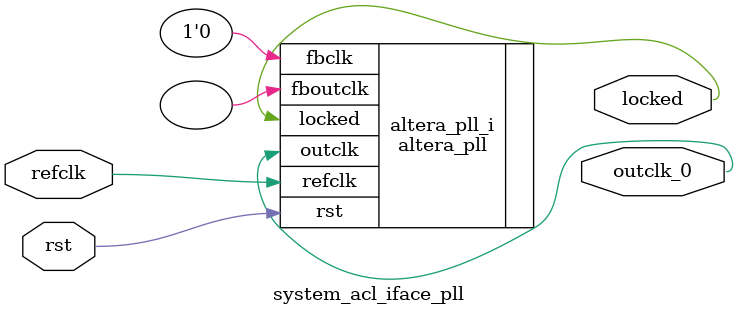
<source format=v>
`timescale 1ns/10ps
module  system_acl_iface_pll(

	// interface 'refclk'
	input wire refclk,

	// interface 'reset'
	input wire rst,

	// interface 'outclk0'
	output wire outclk_0,

	// interface 'locked'
	output wire locked
);

	altera_pll #(
		.fractional_vco_multiplier("false"),
		.reference_clock_frequency("50.0 MHz"),
		.operation_mode("normal"),
		.number_of_clocks(1),
		.output_clock_frequency0("100.000000 MHz"),
		.phase_shift0("0 ps"),
		.duty_cycle0(50),
		.output_clock_frequency1("0 MHz"),
		.phase_shift1("0 ps"),
		.duty_cycle1(50),
		.output_clock_frequency2("0 MHz"),
		.phase_shift2("0 ps"),
		.duty_cycle2(50),
		.output_clock_frequency3("0 MHz"),
		.phase_shift3("0 ps"),
		.duty_cycle3(50),
		.output_clock_frequency4("0 MHz"),
		.phase_shift4("0 ps"),
		.duty_cycle4(50),
		.output_clock_frequency5("0 MHz"),
		.phase_shift5("0 ps"),
		.duty_cycle5(50),
		.output_clock_frequency6("0 MHz"),
		.phase_shift6("0 ps"),
		.duty_cycle6(50),
		.output_clock_frequency7("0 MHz"),
		.phase_shift7("0 ps"),
		.duty_cycle7(50),
		.output_clock_frequency8("0 MHz"),
		.phase_shift8("0 ps"),
		.duty_cycle8(50),
		.output_clock_frequency9("0 MHz"),
		.phase_shift9("0 ps"),
		.duty_cycle9(50),
		.output_clock_frequency10("0 MHz"),
		.phase_shift10("0 ps"),
		.duty_cycle10(50),
		.output_clock_frequency11("0 MHz"),
		.phase_shift11("0 ps"),
		.duty_cycle11(50),
		.output_clock_frequency12("0 MHz"),
		.phase_shift12("0 ps"),
		.duty_cycle12(50),
		.output_clock_frequency13("0 MHz"),
		.phase_shift13("0 ps"),
		.duty_cycle13(50),
		.output_clock_frequency14("0 MHz"),
		.phase_shift14("0 ps"),
		.duty_cycle14(50),
		.output_clock_frequency15("0 MHz"),
		.phase_shift15("0 ps"),
		.duty_cycle15(50),
		.output_clock_frequency16("0 MHz"),
		.phase_shift16("0 ps"),
		.duty_cycle16(50),
		.output_clock_frequency17("0 MHz"),
		.phase_shift17("0 ps"),
		.duty_cycle17(50),
		.pll_type("General"),
		.pll_subtype("General")
	) altera_pll_i (
		.rst	(rst),
		.outclk	({outclk_0}),
		.locked	(locked),
		.fboutclk	( ),
		.fbclk	(1'b0),
		.refclk	(refclk)
	);
endmodule


</source>
